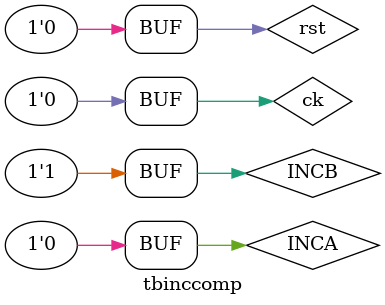
<source format=v>
`timescale 1ns/1ps
module tbinccomp();
 
  wire [7:0] C;
  reg ck, rst, INCA, INCB;
 
  inccomp DUT (
    .C(C),
	.ck(ck),
    .rst(rst),
    .INCA(INCA),
	.INCB(INCB)
  );
 
  initial 
  begin
    rst = 1; INCA = 0; INCB = 0; 
    #2; rst = 1;	// at time 0.1 reset = 1
    #5; rst = 0;
    #5; INCA = 1;
    #16; INCB = 1;
	#22; INCA = 0;
  end

  always
  begin
 	ck = 1'b1;
    #2.5;
	ck = 1'b0;
    #2.5;
  end
 
endmodule

</source>
